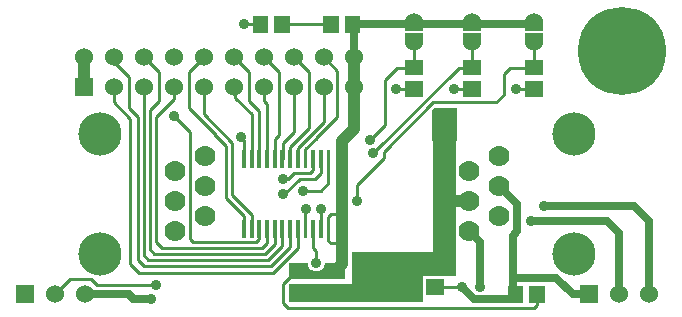
<source format=gbr>
G04 start of page 2 for group 0 idx 0 *
G04 Title: (unknown), component *
G04 Creator: pcb 20140316 *
G04 CreationDate: Thu 29 Nov 2018 10:04:31 PM GMT UTC *
G04 For: railfan *
G04 Format: Gerber/RS-274X *
G04 PCB-Dimensions (mil): 2220.00 1040.00 *
G04 PCB-Coordinate-Origin: lower left *
%MOIN*%
%FSLAX25Y25*%
%LNTOP*%
%ADD28C,0.0300*%
%ADD27C,0.1280*%
%ADD26C,0.0380*%
%ADD25C,0.1285*%
%ADD24C,0.0200*%
%ADD23C,0.0360*%
%ADD22R,0.0120X0.0120*%
%ADD21R,0.0130X0.0130*%
%ADD20R,0.0300X0.0300*%
%ADD19R,0.0512X0.0512*%
%ADD18C,0.0700*%
%ADD17C,0.0600*%
%ADD16C,0.1440*%
%ADD15C,0.2937*%
%ADD14C,0.0400*%
%ADD13C,0.0250*%
%ADD12C,0.0100*%
%ADD11C,0.0001*%
G54D11*G36*
X95121Y17500D02*X101191D01*
X101226Y17061D01*
X101329Y16632D01*
X101497Y16225D01*
X101728Y15849D01*
X102014Y15514D01*
X102349Y15228D01*
X102725Y14997D01*
X103132Y14829D01*
X103561Y14726D01*
X104000Y14691D01*
X104439Y14726D01*
X104868Y14829D01*
X105275Y14997D01*
X105651Y15228D01*
X105986Y15514D01*
X106272Y15849D01*
X106503Y16225D01*
X106671Y16632D01*
X106774Y17061D01*
X106800Y17500D01*
X113500D01*
Y12000D01*
X95000D01*
Y17379D01*
X95121Y17500D01*
G37*
G36*
X95000Y10500D02*X139500D01*
Y4500D01*
X95000D01*
Y10500D01*
G37*
G36*
X150500Y13000D02*X146637D01*
X146609Y13007D01*
X146452Y13016D01*
X143000Y13011D01*
Y65500D01*
X150500D01*
Y48176D01*
X150486Y48000D01*
X150500Y47824D01*
Y38176D01*
X150486Y38000D01*
X150500Y37824D01*
Y28176D01*
X150486Y28000D01*
X150500Y27824D01*
Y13000D01*
G37*
G36*
X116000Y4500D02*Y21000D01*
X139500D01*
Y4500D01*
X116000D01*
G37*
G36*
X150500Y13000D02*X146637D01*
X146609Y13007D01*
X146452Y13016D01*
X140391Y13007D01*
X140363Y13000D01*
X116000D01*
Y21000D01*
X150500D01*
Y13000D01*
G37*
G36*
X142500Y58000D02*Y68379D01*
X143121Y69000D01*
X151000D01*
Y58000D01*
X142500D01*
G37*
G54D12*X165075Y43000D02*X165575Y43500D01*
X117500D02*Y38000D01*
G54D13*X169500Y5500D02*Y26500D01*
X171000Y28000D02*Y37000D01*
X165000Y43000D01*
G54D14*X155000Y38000D02*X146500D01*
G54D13*X152500Y9500D03*
X156500Y5500D01*
X158500Y9500D02*Y24500D01*
X155000Y28000D01*
G54D12*X152500Y9500D02*X143500D01*
G54D13*X156500Y5500D02*X169500D01*
G54D12*X176500Y2500D02*X94500D01*
X93000Y4000D02*X94500Y2500D01*
G54D13*X169500Y26500D02*X171000Y28000D01*
X175500Y31500D02*X201000D01*
X180000Y36500D02*X210000D01*
X201000Y31500D02*X205000Y27500D01*
Y7000D01*
X210000Y36500D02*X215000Y31500D01*
Y7000D01*
X169500Y12500D02*X184000D01*
X189500Y7000D01*
X195000D01*
G54D12*X176500Y2500D02*X177500Y3500D01*
Y7000D01*
G54D14*X26500Y86500D02*Y76000D01*
G54D12*X36500D02*Y71000D01*
X42000Y65500D01*
X41500Y79500D02*Y69000D01*
X44500Y66000D01*
X36500Y86000D02*Y84500D01*
X41500Y79500D01*
X46500Y86000D02*X51500Y81000D01*
Y71500D01*
X48500Y68500D01*
X50500Y66000D02*X56500Y72000D01*
Y76500D01*
X42000Y65500D02*Y17000D01*
X44500Y66000D02*Y18500D01*
X46500Y76000D02*Y20000D01*
X48500Y68500D02*Y22000D01*
X50500Y24500D02*Y66000D01*
X46500Y20000D02*X48000Y18500D01*
X52500Y22500D02*X50500Y24500D01*
X48500Y22000D02*X50000Y20500D01*
X44500Y18500D02*X46500Y16500D01*
X42000Y17000D02*X45000Y14000D01*
X50500Y10000D02*X31000D01*
G54D13*X49000Y5500D02*X43000D01*
X41500Y7000D01*
X27000D01*
G54D12*X31000Y10000D02*X29000Y12000D01*
X22000D01*
X17000Y7000D01*
X101500Y81000D02*X96500Y86000D01*
X91500Y81000D02*X86500Y86000D01*
X81500Y81000D02*X76500Y86000D01*
X61500Y81000D02*X66500Y86000D01*
X80000Y97000D02*X85457D01*
X96500Y61000D02*Y76500D01*
X91500Y60000D02*Y81000D01*
X87603Y70397D02*X86500Y71500D01*
Y76000D01*
X101500Y62500D02*X95250Y56250D01*
X90162Y58662D02*X91500Y60000D01*
X66500Y76000D02*Y67000D01*
X70500Y60000D02*X61500Y69000D01*
Y81000D01*
X85000Y68000D02*X81500Y71500D01*
Y81000D01*
X87603Y52114D02*Y70397D01*
X85044Y67956D02*X84000Y69000D01*
X82485Y52114D02*Y67015D01*
X85044Y52114D02*Y67956D01*
X82500Y67000D02*X77000Y72500D01*
Y76000D01*
X66500Y67000D02*X76000Y57500D01*
X82485Y67015D02*X81250Y68250D01*
X62000Y61000D02*X56500Y66500D01*
X93000Y57500D02*X96500Y61000D01*
X94500Y59000D02*X92750Y57250D01*
Y52143D02*X92721Y52114D01*
X103500Y45500D02*X98500D01*
X93000D02*X94500D01*
X96500Y47500D01*
X102000D02*X96500D01*
X92750Y57250D02*Y52143D01*
X95250Y56250D02*Y52143D01*
X95279Y52114D01*
X97838D02*Y55838D01*
X90162Y52114D02*Y58662D01*
X111000Y81500D02*X106500Y86000D01*
X101500Y62500D02*Y81000D01*
X106500Y64500D02*Y76000D01*
X104000Y59000D02*X111000Y66000D01*
Y81500D01*
G54D14*X112500Y54500D02*Y58000D01*
X116500Y62000D02*Y86000D01*
G54D12*X108957Y97000D02*X92543D01*
G54D13*X116500Y86000D02*Y97000D01*
G54D12*X97838Y55838D02*X106500Y64500D01*
G54D14*X112500Y58000D02*X116500Y62000D01*
G54D12*X100397Y52114D02*Y55397D01*
X104250Y59250D01*
X102956Y52114D02*Y48456D01*
X102000Y47500D01*
X103500Y45500D02*X105500Y47500D01*
Y52099D01*
X105515Y52114D01*
X108000Y44000D02*Y52040D01*
X108074Y52114D01*
X126500Y52500D02*X117500Y43500D01*
X136500Y91100D02*Y82543D01*
X131000Y82500D02*X136500D01*
X156000Y91100D02*Y82543D01*
X151543D02*X156000D01*
G54D13*X116500Y97000D02*X176500D01*
G54D12*X122000Y58500D02*X127000Y63500D01*
X123000Y54000D02*X151543Y82543D01*
X143000Y71000D02*X126500Y54500D01*
Y52500D01*
X130500Y75500D02*X136500D01*
X127000Y63500D02*Y78500D01*
X131000Y82500D01*
X164000Y71000D02*X143000D01*
X150000Y75500D02*X156000D01*
X166500Y73500D02*X164000Y71000D01*
X176500Y91100D02*Y82543D01*
X168543D01*
X170500Y75500D02*X176500D01*
X168543Y82543D02*X166500Y80500D01*
Y73500D01*
X79000Y59500D02*Y59000D01*
X74000Y39000D02*Y56500D01*
X70000Y60500D01*
X79926Y52114D02*Y58574D01*
X79000Y59500D01*
X76000Y57500D02*Y40000D01*
X79926Y33074D02*X74000Y39000D01*
X82485Y33515D02*X76000Y40000D01*
X62000Y25500D02*Y61000D01*
X84000Y24500D02*X63000D01*
X85044Y25544D02*X84000Y24500D01*
X63000D02*X62000Y25500D01*
X89500Y14000D02*X45000D01*
X89000Y16500D02*X46500D01*
X88000Y18500D02*X48000D01*
X50000Y20500D02*X87000D01*
X52500Y22500D02*X86000D01*
X92721Y23221D02*X88000Y18500D01*
X95279Y22779D02*X89000Y16500D01*
X97838Y22338D02*X89500Y14000D01*
X100500Y35000D02*X100000Y35500D01*
X98500Y45500D02*X93000Y40000D01*
X100397Y35397D02*X100500Y35500D01*
X92721Y28886D02*Y23221D01*
X95279Y28886D02*Y22779D01*
X97838Y28886D02*Y22338D01*
X97043Y14543D02*X93000Y10500D01*
Y4000D01*
X79926Y28886D02*Y33074D01*
X82485Y28886D02*Y33515D01*
X85044Y28886D02*Y25544D01*
X87603Y28886D02*Y24103D01*
X90162Y28886D02*Y23662D01*
X87603Y24103D02*X86000Y22500D01*
X90162Y23662D02*X87000Y20500D01*
X100397Y28886D02*Y35397D01*
X105515Y28886D02*Y35485D01*
X102956Y28886D02*Y22544D01*
X104000Y21500D01*
Y17500D01*
X108074Y24926D02*X109000Y24000D01*
X112500D01*
X108074Y24926D02*Y32846D01*
G54D14*X112500Y17043D02*X110000Y14543D01*
G54D12*X105515Y35485D02*X105500Y35500D01*
G54D14*X112500Y55500D02*Y17043D01*
G54D12*X108074Y32846D02*X109000Y33772D01*
X112500D01*
X108000Y44000D02*X105500Y41500D01*
X99500D01*
G54D15*X206000Y88000D03*
G54D11*G36*
X192000Y10000D02*Y4000D01*
X198000D01*
Y10000D01*
X192000D01*
G37*
G54D16*X190000Y20500D03*
Y60500D03*
G54D17*X205000Y7000D03*
X215000D03*
G54D18*X155000Y28000D03*
Y38000D03*
Y48000D03*
X165000Y33000D03*
Y43000D03*
Y53000D03*
G54D11*G36*
X23500Y79000D02*Y73000D01*
X29500D01*
Y79000D01*
X23500D01*
G37*
G54D17*X36500Y76000D03*
X26500Y86000D03*
X36500D03*
X56500Y76000D03*
X66500D03*
X76500D03*
X46500D03*
Y86000D03*
X56500D03*
X66500D03*
X76500D03*
X86500D03*
X96500D03*
X106500D03*
X116500D03*
X86500Y76000D03*
X96500D03*
X106500D03*
X116500D03*
G54D18*X67000Y53000D03*
Y43000D03*
Y33000D03*
X57000Y48000D03*
Y38000D03*
Y28000D03*
G54D16*X32000Y60500D03*
Y20500D03*
G54D11*G36*
X4000Y10000D02*Y4000D01*
X10000D01*
Y10000D01*
X4000D01*
G37*
G54D17*X17000Y7000D03*
X27000D03*
G54D19*X116043Y97393D02*Y96607D01*
X108957Y97393D02*Y96607D01*
X85457Y97393D02*Y96607D01*
X92543Y97393D02*Y96607D01*
G54D17*X136500Y97900D03*
G54D20*X135000Y96400D02*X138000D01*
G54D17*X156000Y91100D03*
G54D20*X154500Y92600D02*X157500D01*
G54D17*X176500Y91100D03*
G54D20*X175000Y92600D02*X178000D01*
G54D17*X156000Y97900D03*
G54D20*X154500Y96400D02*X157500D01*
G54D17*X176500Y97900D03*
G54D20*X175000Y96400D02*X178000D01*
G54D19*X143107Y9457D02*X143893D01*
X143107Y16543D02*X143893D01*
X109607Y14543D02*X110393D01*
X109607Y7457D02*X110393D01*
X97607Y14543D02*X98393D01*
X97607Y7457D02*X98393D01*
X177543Y7393D02*Y6607D01*
X170457Y7393D02*Y6607D01*
G54D21*X108074Y54417D02*Y49811D01*
G54D22*Y52811D02*Y51417D01*
G54D21*X105515Y54417D02*Y49811D01*
G54D22*Y52811D02*Y51417D01*
G54D21*X102956Y54417D02*Y49811D01*
G54D22*Y52811D02*Y51417D01*
G54D21*X100397Y54417D02*Y49811D01*
G54D22*Y52811D02*Y51417D01*
G54D21*X97838Y54417D02*Y49811D01*
G54D22*Y52811D02*Y51417D01*
G54D21*X95279Y54417D02*Y49811D01*
G54D22*Y52811D02*Y51417D01*
G54D19*X136107Y75457D02*X136893D01*
X155607D02*X156393D01*
X176107D02*X176893D01*
X136107Y82543D02*X136893D01*
X155607D02*X156393D01*
X176107D02*X176893D01*
G54D17*X136500Y91100D03*
G54D20*X135000Y92600D02*X138000D01*
G54D21*X92721Y54417D02*Y49811D01*
G54D22*Y52811D02*Y51417D01*
G54D21*X90162Y54417D02*Y49811D01*
G54D22*Y52811D02*Y51417D01*
G54D21*X87603Y54417D02*Y49811D01*
G54D22*Y52811D02*Y51417D01*
G54D21*X85044Y54417D02*Y49811D01*
G54D22*Y52811D02*Y51417D01*
G54D21*X82485Y54417D02*Y49811D01*
G54D22*Y52811D02*Y51417D01*
G54D21*X79926Y54417D02*Y49811D01*
G54D22*Y52811D02*Y51417D01*
G54D21*Y31189D02*Y26583D01*
G54D22*Y29583D02*Y28189D01*
G54D21*X82485Y31189D02*Y26583D01*
G54D22*Y29583D02*Y28189D01*
G54D21*X85044Y31189D02*Y26583D01*
G54D22*Y29583D02*Y28189D01*
G54D21*X87603Y31189D02*Y26583D01*
G54D22*Y29583D02*Y28189D01*
G54D21*X90162Y31189D02*Y26583D01*
G54D22*Y29583D02*Y28189D01*
G54D21*X92721Y31189D02*Y26583D01*
G54D22*Y29583D02*Y28189D01*
G54D21*X95279Y31189D02*Y26583D01*
G54D22*Y29583D02*Y28189D01*
G54D21*X97838Y31189D02*Y26583D01*
G54D22*Y29583D02*Y28189D01*
G54D21*X100397Y31189D02*Y26583D01*
G54D22*Y29583D02*Y28189D01*
G54D21*X102956Y31189D02*Y26583D01*
G54D22*Y29583D02*Y28189D01*
G54D21*X105515Y31189D02*Y26583D01*
G54D22*Y29583D02*Y28189D01*
G54D21*X108074Y31189D02*Y26583D01*
G54D22*Y29583D02*Y28189D01*
G54D23*X56500Y66500D03*
X79000Y59500D03*
X80000Y97000D03*
X145000Y60500D03*
X148500Y62500D03*
X145000Y64500D03*
X148500Y66500D03*
X146000Y46000D03*
Y50500D03*
X175500Y31500D03*
X180000Y36500D03*
X122000Y58500D03*
X123000Y54000D03*
X130500Y75500D03*
X150000D03*
X170500D03*
X105500Y35500D03*
X100500D03*
X99500Y41500D03*
X93000Y40500D03*
Y45500D03*
X117500Y38000D03*
X152500Y9500D03*
X50500Y10000D03*
X49000Y5500D03*
X158500Y9500D03*
X104000Y17500D03*
G54D24*G54D25*G54D26*G54D27*G54D26*G54D28*G54D26*G54D28*G54D27*G54D26*M02*

</source>
